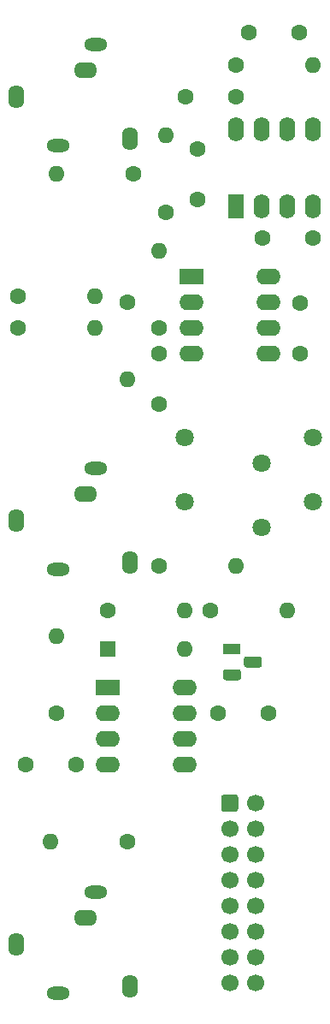
<source format=gbr>
G04 #@! TF.GenerationSoftware,KiCad,Pcbnew,(5.1.9)-1*
G04 #@! TF.CreationDate,2021-05-09T15:32:16+02:00*
G04 #@! TF.ProjectId,Dual VCA Main,4475616c-2056-4434-9120-4d61696e2e6b,rev?*
G04 #@! TF.SameCoordinates,Original*
G04 #@! TF.FileFunction,Soldermask,Bot*
G04 #@! TF.FilePolarity,Negative*
%FSLAX46Y46*%
G04 Gerber Fmt 4.6, Leading zero omitted, Abs format (unit mm)*
G04 Created by KiCad (PCBNEW (5.1.9)-1) date 2021-05-09 15:32:16*
%MOMM*%
%LPD*%
G01*
G04 APERTURE LIST*
%ADD10O,2.400000X1.600000*%
%ADD11R,2.400000X1.600000*%
%ADD12O,1.600000X2.400000*%
%ADD13R,1.600000X2.400000*%
%ADD14C,1.600000*%
%ADD15O,1.600000X1.600000*%
%ADD16C,1.800000*%
%ADD17R,1.800000X1.100000*%
%ADD18C,1.700000*%
%ADD19O,2.300000X1.300000*%
%ADD20O,2.300000X1.600000*%
%ADD21O,1.600000X2.300000*%
%ADD22R,1.600000X1.600000*%
G04 APERTURE END LIST*
D10*
G04 #@! TO.C,U3*
X18415000Y-67310000D03*
X10795000Y-74930000D03*
X18415000Y-69850000D03*
X10795000Y-72390000D03*
X18415000Y-72390000D03*
X10795000Y-69850000D03*
X18415000Y-74930000D03*
D11*
X10795000Y-67310000D03*
G04 #@! TD*
D10*
G04 #@! TO.C,U2*
X26670000Y-26670000D03*
X19050000Y-34290000D03*
X26670000Y-29210000D03*
X19050000Y-31750000D03*
X26670000Y-31750000D03*
X19050000Y-29210000D03*
X26670000Y-34290000D03*
D11*
X19050000Y-26670000D03*
G04 #@! TD*
D12*
G04 #@! TO.C,U1*
X23495000Y-12065000D03*
X31115000Y-19685000D03*
X26035000Y-12065000D03*
X28575000Y-19685000D03*
X28575000Y-12065000D03*
X26035000Y-19685000D03*
X31115000Y-12065000D03*
D13*
X23495000Y-19685000D03*
G04 #@! TD*
D14*
G04 #@! TO.C,C8*
X2620000Y-74930000D03*
X7620000Y-74930000D03*
G04 #@! TD*
G04 #@! TO.C,C7*
X15875000Y-39290000D03*
X15875000Y-34290000D03*
G04 #@! TD*
G04 #@! TO.C,C4*
X26115000Y-22860000D03*
X31115000Y-22860000D03*
G04 #@! TD*
D15*
G04 #@! TO.C,R12*
X18415000Y-59690000D03*
D14*
X10795000Y-59690000D03*
G04 #@! TD*
D15*
G04 #@! TO.C,R11*
X28575000Y-59690000D03*
D14*
X20955000Y-59690000D03*
G04 #@! TD*
D15*
G04 #@! TO.C,R10*
X23495000Y-55245000D03*
D14*
X15875000Y-55245000D03*
G04 #@! TD*
D15*
G04 #@! TO.C,R9*
X5715000Y-62230000D03*
D14*
X5715000Y-69850000D03*
G04 #@! TD*
D15*
G04 #@! TO.C,R8*
X9525000Y-28575000D03*
D14*
X1905000Y-28575000D03*
G04 #@! TD*
D15*
G04 #@! TO.C,R7*
X12700000Y-36830000D03*
D14*
X12700000Y-29210000D03*
G04 #@! TD*
D15*
G04 #@! TO.C,R6*
X5080000Y-82550000D03*
D14*
X12700000Y-82550000D03*
G04 #@! TD*
D15*
G04 #@! TO.C,R5*
X31115000Y-5715000D03*
D14*
X23495000Y-5715000D03*
G04 #@! TD*
D15*
G04 #@! TO.C,R4*
X9525000Y-31750000D03*
D14*
X1905000Y-31750000D03*
G04 #@! TD*
D15*
G04 #@! TO.C,R3*
X15875000Y-24130000D03*
D14*
X15875000Y-31750000D03*
G04 #@! TD*
D15*
G04 #@! TO.C,R2*
X16510000Y-12700000D03*
D14*
X16510000Y-20320000D03*
G04 #@! TD*
D15*
G04 #@! TO.C,R1*
X5715000Y-16510000D03*
D14*
X13335000Y-16510000D03*
G04 #@! TD*
D16*
G04 #@! TO.C,RV2*
X31115000Y-48895000D03*
X26035000Y-51435000D03*
X18415000Y-48895000D03*
G04 #@! TD*
G04 #@! TO.C,RV1*
X31115000Y-42545000D03*
X26035000Y-45085000D03*
X18415000Y-42545000D03*
G04 #@! TD*
D17*
G04 #@! TO.C,Q1*
X23095000Y-63500000D03*
G36*
G01*
X22470000Y-65490000D02*
X23720000Y-65490000D01*
G75*
G02*
X23995000Y-65765000I0J-275000D01*
G01*
X23995000Y-66315000D01*
G75*
G02*
X23720000Y-66590000I-275000J0D01*
G01*
X22470000Y-66590000D01*
G75*
G02*
X22195000Y-66315000I0J275000D01*
G01*
X22195000Y-65765000D01*
G75*
G02*
X22470000Y-65490000I275000J0D01*
G01*
G37*
G36*
G01*
X24540000Y-64220000D02*
X25790000Y-64220000D01*
G75*
G02*
X26065000Y-64495000I0J-275000D01*
G01*
X26065000Y-65045000D01*
G75*
G02*
X25790000Y-65320000I-275000J0D01*
G01*
X24540000Y-65320000D01*
G75*
G02*
X24265000Y-65045000I0J275000D01*
G01*
X24265000Y-64495000D01*
G75*
G02*
X24540000Y-64220000I275000J0D01*
G01*
G37*
G04 #@! TD*
D18*
G04 #@! TO.C,J7*
X25400000Y-96520000D03*
X25400000Y-93980000D03*
X25400000Y-91440000D03*
X25400000Y-88900000D03*
X25400000Y-86360000D03*
X25400000Y-83820000D03*
X25400000Y-81280000D03*
X25400000Y-78740000D03*
X22860000Y-96520000D03*
X22860000Y-93980000D03*
X22860000Y-91440000D03*
X22860000Y-88900000D03*
X22860000Y-86360000D03*
X22860000Y-83820000D03*
X22860000Y-81280000D03*
G36*
G01*
X22010000Y-79340000D02*
X22010000Y-78140000D01*
G75*
G02*
X22260000Y-77890000I250000J0D01*
G01*
X23460000Y-77890000D01*
G75*
G02*
X23710000Y-78140000I0J-250000D01*
G01*
X23710000Y-79340000D01*
G75*
G02*
X23460000Y-79590000I-250000J0D01*
G01*
X22260000Y-79590000D01*
G75*
G02*
X22010000Y-79340000I0J250000D01*
G01*
G37*
G04 #@! TD*
D19*
G04 #@! TO.C,J3*
X5900000Y-55600000D03*
X9600000Y-45600000D03*
D20*
X8600000Y-48200000D03*
D21*
X13000000Y-54900000D03*
X1700000Y-50800000D03*
G04 #@! TD*
D19*
G04 #@! TO.C,J2*
X5900000Y-97510000D03*
X9600000Y-87510000D03*
D20*
X8600000Y-90110000D03*
D21*
X13000000Y-96810000D03*
X1700000Y-92710000D03*
G04 #@! TD*
D19*
G04 #@! TO.C,J1*
X5900000Y-13690000D03*
X9600000Y-3690000D03*
D20*
X8600000Y-6290000D03*
D21*
X13000000Y-12990000D03*
X1700000Y-8890000D03*
G04 #@! TD*
D15*
G04 #@! TO.C,D1*
X18415000Y-63500000D03*
D22*
X10795000Y-63500000D03*
G04 #@! TD*
D14*
G04 #@! TO.C,C6*
X21670000Y-69850000D03*
X26670000Y-69850000D03*
G04 #@! TD*
G04 #@! TO.C,C5*
X29845000Y-29290000D03*
X29845000Y-34290000D03*
G04 #@! TD*
G04 #@! TO.C,C3*
X23495000Y-8890000D03*
X18495000Y-8890000D03*
G04 #@! TD*
G04 #@! TO.C,C2*
X29765000Y-2540000D03*
X24765000Y-2540000D03*
G04 #@! TD*
G04 #@! TO.C,C1*
X19685000Y-14050000D03*
X19685000Y-19050000D03*
G04 #@! TD*
M02*

</source>
